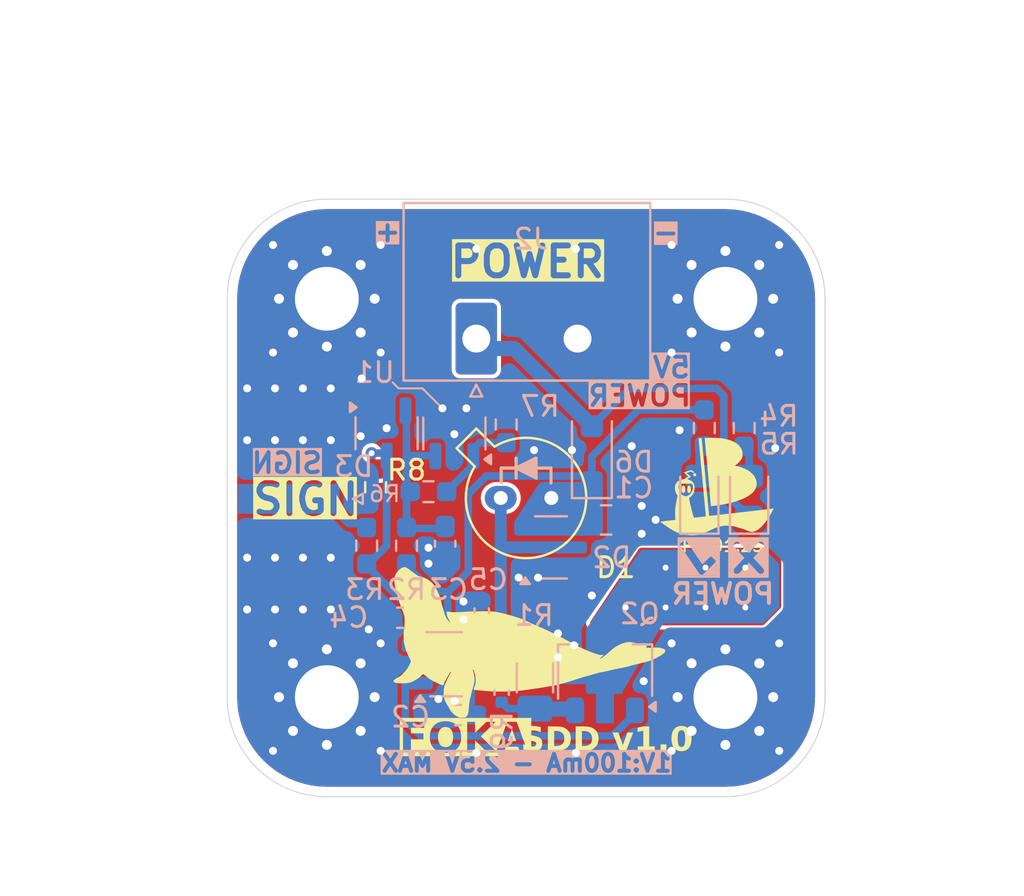
<source format=kicad_pcb>
(kicad_pcb (version 20241229) (generator "pcbnew") (generator_version "9.0")
  (layers (0 "F.Cu" signal) (2 "B.Cu" signal) (13 "F.Paste" user) (15 "B.Paste" user) (5 "F.SilkS" user "F.Silkscreen") (7 "B.SilkS" user "B.Silkscreen") (1 "F.Mask" user) (3 "B.Mask" user) (25 "Edge.Cuts" user))
  (net 0 "")
  (net 1 "GND")
  (net 2 "VCC")
  (net 3 "Net-(D1-K)")
  (net 4 "Net-(U2--)")
  (net 5 "Net-(D3A-K)")
  (net 6 "Net-(Q2-G)")
  (net 7 "Net-(J1-In)")
  (net 8 "Net-(D5-A)")
  (net 9 "Net-(D6-A)")
  (net 10 "Net-(D7-A)")
  (net 11 "Net-(U1-K)")
  (net 12 "Net-(U1-REF)")
  (net 13 "Net-(Q2-S)")
  (footprint "Package_TO_SOT_THT:TO-18-2_Window" (layer "F.Cu") (at 108.726657 60.002075)
    (property "Reference" "D1" (at 5.773343 3.497925 0) (layer "F.SilkS"))
    (property "Value" "IR LED")
    (pad "1" thru_hole oval (at 0 0) (size 1.6 1.2) (drill 0.7) (layers "*.Cu" "*.Mask") (net 3 "Net-(D1-K)"))
    (pad "2" thru_hole oval (at 2.54 0) (size 1.2 1.2) (drill 0.7) (layers "*.Cu" "*.Mask") (net 2 "VCC"))
  )
  (footprint "MountingHole:MountingHole_3.2mm_M3_Pad_Via" (layer "F.Cu") (at 120 50)
    (property "Reference" "H1" (hide yes))
    (property "Value" "MountingHole_Pad")
    (pad "1" thru_hole circle (at -2.4 0) (size 0.8 0.8) (drill 0.5) (layers "*.Cu" "*.Mask") (net 1 "GND"))
    (pad "1" thru_hole circle (at -1.697056 -1.697056) (size 0.8 0.8) (drill 0.5) (layers "*.Cu" "*.Mask") (net 1 "GND"))
    (pad "1" thru_hole circle (at -1.697056 1.697056) (size 0.8 0.8) (drill 0.5) (layers "*.Cu" "*.Mask") (net 1 "GND"))
    (pad "1" thru_hole circle (at 0 -2.4) (size 0.8 0.8) (drill 0.5) (layers "*.Cu" "*.Mask") (net 1 "GND"))
    (pad "1" thru_hole circle (at 0 0) (size 6.4 6.4) (drill 3.2) (layers "*.Cu" "*.Mask") (net 1 "GND"))
    (pad "1" thru_hole circle (at 0 2.4) (size 0.8 0.8) (drill 0.5) (layers "*.Cu" "*.Mask") (net 1 "GND"))
    (pad "1" thru_hole circle (at 1.697056 -1.697056) (size 0.8 0.8) (drill 0.5) (layers "*.Cu" "*.Mask") (net 1 "GND"))
    (pad "1" thru_hole circle (at 1.697056 1.697056) (size 0.8 0.8) (drill 0.5) (layers "*.Cu" "*.Mask") (net 1 "GND"))
    (pad "1" thru_hole circle (at 2.4 0) (size 0.8 0.8) (drill 0.5) (layers "*.Cu" "*.Mask") (net 1 "GND"))
  )
  (footprint "MountingHole:MountingHole_3.2mm_M3_Pad_Via" (layer "F.Cu") (at 100 70)
    (property "Reference" "H4" (hide yes))
    (property "Value" "MountingHole_Pad")
    (pad "1" thru_hole circle (at -2.4 0) (size 0.8 0.8) (drill 0.5) (layers "*.Cu" "*.Mask") (net 1 "GND"))
    (pad "1" thru_hole circle (at -1.697056 -1.697056) (size 0.8 0.8) (drill 0.5) (layers "*.Cu" "*.Mask") (net 1 "GND"))
    (pad "1" thru_hole circle (at -1.697056 1.697056) (size 0.8 0.8) (drill 0.5) (layers "*.Cu" "*.Mask") (net 1 "GND"))
    (pad "1" thru_hole circle (at 0 -2.4) (size 0.8 0.8) (drill 0.5) (layers "*.Cu" "*.Mask") (net 1 "GND"))
    (pad "1" thru_hole circle (at 0 0) (size 6.4 6.4) (drill 3.2) (layers "*.Cu" "*.Mask") (net 1 "GND"))
    (pad "1" thru_hole circle (at 0 2.4) (size 0.8 0.8) (drill 0.5) (layers "*.Cu" "*.Mask") (net 1 "GND"))
    (pad "1" thru_hole circle (at 1.697056 -1.697056) (size 0.8 0.8) (drill 0.5) (layers "*.Cu" "*.Mask") (net 1 "GND"))
    (pad "1" thru_hole circle (at 1.697056 1.697056) (size 0.8 0.8) (drill 0.5) (layers "*.Cu" "*.Mask") (net 1 "GND"))
    (pad "1" thru_hole circle (at 2.4 0) (size 0.8 0.8) (drill 0.5) (layers "*.Cu" "*.Mask") (net 1 "GND"))
  )
  (footprint "MountingHole:MountingHole_3.2mm_M3_Pad_Via" (layer "F.Cu") (at 120 70)
    (property "Reference" "H3" (hide yes))
    (property "Value" "MountingHole_Pad")
    (pad "1" thru_hole circle (at -2.4 0) (size 0.8 0.8) (drill 0.5) (layers "*.Cu" "*.Mask") (net 1 "GND"))
    (pad "1" thru_hole circle (at -1.697056 -1.697056) (size 0.8 0.8) (drill 0.5) (layers "*.Cu" "*.Mask") (net 1 "GND"))
    (pad "1" thru_hole circle (at -1.697056 1.697056) (size 0.8 0.8) (drill 0.5) (layers "*.Cu" "*.Mask") (net 1 "GND"))
    (pad "1" thru_hole circle (at 0 -2.4) (size 0.8 0.8) (drill 0.5) (layers "*.Cu" "*.Mask") (net 1 "GND"))
    (pad "1" thru_hole circle (at 0 0) (size 6.4 6.4) (drill 3.2) (layers "*.Cu" "*.Mask") (net 1 "GND"))
    (pad "1" thru_hole circle (at 0 2.4) (size 0.8 0.8) (drill 0.5) (layers "*.Cu" "*.Mask") (net 1 "GND"))
    (pad "1" thru_hole circle (at 1.697056 -1.697056) (size 0.8 0.8) (drill 0.5) (layers "*.Cu" "*.Mask") (net 1 "GND"))
    (pad "1" thru_hole circle (at 1.697056 1.697056) (size 0.8 0.8) (drill 0.5) (layers "*.Cu" "*.Mask") (net 1 "GND"))
    (pad "1" thru_hole circle (at 2.4 0) (size 0.8 0.8) (drill 0.5) (layers "*.Cu" "*.Mask") (net 1 "GND"))
  )
  (footprint "ProjSymbols:lodka" (layer "F.Cu") (at 119.5 59.5)
    (property "Reference" "REF**" (hide yes))
    (property "Value" "lodka")
  )
  (footprint "MountingHole:MountingHole_3.2mm_M3_Pad_Via" (layer "F.Cu") (at 100 50)
    (property "Reference" "H2" (hide yes))
    (property "Value" "MountingHole_Pad")
    (pad "1" thru_hole circle (at -2.4 0) (size 0.8 0.8) (drill 0.5) (layers "*.Cu" "*.Mask") (net 1 "GND"))
    (pad "1" thru_hole circle (at -1.697056 -1.697056) (size 0.8 0.8) (drill 0.5) (layers "*.Cu" "*.Mask") (net 1 "GND"))
    (pad "1" thru_hole circle (at -1.697056 1.697056) (size 0.8 0.8) (drill 0.5) (layers "*.Cu" "*.Mask") (net 1 "GND"))
    (pad "1" thru_hole circle (at 0 -2.4) (size 0.8 0.8) (drill 0.5) (layers "*.Cu" "*.Mask") (net 1 "GND"))
    (pad "1" thru_hole circle (at 0 0) (size 6.4 6.4) (drill 3.2) (layers "*.Cu" "*.Mask") (net 1 "GND"))
    (pad "1" thru_hole circle (at 0 2.4) (size 0.8 0.8) (drill 0.5) (layers "*.Cu" "*.Mask") (net 1 "GND"))
    (pad "1" thru_hole circle (at 1.697056 -1.697056) (size 0.8 0.8) (drill 0.5) (layers "*.Cu" "*.Mask") (net 1 "GND"))
    (pad "1" thru_hole circle (at 1.697056 1.697056) (size 0.8 0.8) (drill 0.5) (layers "*.Cu" "*.Mask") (net 1 "GND"))
    (pad "1" thru_hole circle (at 2.4 0) (size 0.8 0.8) (drill 0.5) (layers "*.Cu" "*.Mask") (net 1 "GND"))
  )
  (footprint "ProjSymbols:FOKA" (layer "F.Cu") (at 109.728 66.704851)
    (property "Reference" "REF**" (hide yes))
    (property "Value" "FOKA")
  )
  (footprint "Resistor_SMD:R_0603_1608Metric_Pad0.98x0.95mm_HandSolder" (layer "F.Cu") (at 102.447607 59.46566 -90)
    (property "Reference" "R8" (at -0.86566 -1.552393 180) (layer "F.SilkS"))
    (property "Value" "1M")
    (pad "1" smd roundrect (at -0.9125 0 270) (size 0.975 0.95) (layers "F.Cu" "F.Mask" "F.Paste") (net 5 "Net-(D3A-K)"))
    (pad "2" smd roundrect (at 0.9125 0 270) (size 0.975 0.95) (layers "F.Cu" "F.Mask" "F.Paste") (net 1 "GND"))
  )
  (footprint "ProjSymbols:Checkmark" (layer "B.Cu") (at 118.618 62.992 180)
    (property "Reference" "REF**" (hide yes))
    (property "Value" "Checkmark")
  )
  (footprint "Resistor_SMD:R_0603_1608Metric_Pad0.98x0.95mm_HandSolder" (layer "B.Cu") (at 109 56.3125 90)
    (property "Reference" "R7" (at 0.9125 1.7 0) (layer "B.SilkS") (effects (justify mirror)))
    (property "Value" "15k")
    (pad "1" smd roundrect (at -0.9125 0 90) (size 0.975 0.95) (layers "B.Cu" "B.Mask" "B.Paste") (net 12 "Net-(U1-REF)"))
    (pad "2" smd roundrect (at 0.9125 0 90) (size 0.975 0.95) (layers "B.Cu" "B.Mask" "B.Paste") (net 1 "GND"))
  )
  (footprint "Resistor_SMD:R_0603_1608Metric_Pad0.98x0.95mm_HandSolder" (layer "B.Cu") (at 118.94225 56.4915 -90)
    (property "Reference" "R4" (at -0.5915 -3.73975 180) (layer "B.SilkS") (effects (justify mirror)))
    (property "Value" "1k5")
    (pad "1" smd roundrect (at -0.9125 0 270) (size 0.975 0.95) (layers "B.Cu" "B.Mask" "B.Paste") (net 2 "VCC"))
    (pad "2" smd roundrect (at 0.9125 0 270) (size 0.975 0.95) (layers "B.Cu" "B.Mask" "B.Paste") (net 8 "Net-(D5-A)"))
  )
  (footprint "Power_Connectors:691313510002" (layer "B.Cu") (at 107.5 52)
    (property "Reference" "J2" (at 2.75 -5 180) (layer "B.SilkS") (effects (justify mirror)))
    (property "Value" "Conn_01x02")
    (pad "1" thru_hole roundrect (at 0 0) (size 2.08 3.6) (drill 1.4) (layers "*.Cu" "*.Mask") (roundrect_rratio 0.120192) (net 9 "Net-(D6-A)"))
    (pad "2" thru_hole oval (at 5.08 0) (size 2.08 3.6) (drill 1.4) (layers "*.Cu" "*.Mask") (net 1 "GND"))
  )
  (footprint "Capacitor_SMD:C_0603_1608Metric_Pad1.08x0.95mm_HandSolder" (layer "B.Cu") (at 105.9375 62.3 -90)
    (property "Reference" "C3" (at 2.3 -0.1625 0) (layer "B.SilkS") (effects (justify mirror)))
    (property "Value" "1u")
    (pad "1" smd roundrect (at -0.8625 0 270) (size 1.075 0.95) (layers "B.Cu" "B.Mask" "B.Paste") (net 11 "Net-(U1-K)"))
    (pad "2" smd roundrect (at 0.8625 0 270) (size 1.075 0.95) (layers "B.Cu" "B.Mask" "B.Paste") (net 1 "GND"))
  )
  (footprint "Package_TO_SOT_SMD:SOT-23-5_HandSoldering" (layer "B.Cu") (at 105.8875 68.35)
    (property "Reference" "U2" (hide yes))
    (property "Value" "ADA4891-1")
    (pad "1" smd roundrect (at -1.35 0.95) (size 1.56 0.65) (layers "B.Cu" "B.Mask" "B.Paste") (net 6 "Net-(Q2-G)"))
    (pad "2" smd roundrect (at -1.35 0) (size 1.56 0.65) (layers "B.Cu" "B.Mask" "B.Paste") (net 1 "GND"))
    (pad "3" smd roundrect (at -1.35 -0.95) (size 1.56 0.65) (layers "B.Cu" "B.Mask" "B.Paste") (net 5 "Net-(D3A-K)"))
    (pad "4" smd roundrect (at 1.35 -0.95) (size 1.56 0.65) (layers "B.Cu" "B.Mask" "B.Paste") (net 4 "Net-(U2--)"))
    (pad "5" smd roundrect (at 1.35 0.95) (size 1.56 0.65) (layers "B.Cu" "B.Mask" "B.Paste") (net 2 "VCC"))
  )
  (footprint "Resistor_SMD:R_1206_3216Metric_Pad1.30x1.75mm_HandSolder" (layer "B.Cu") (at 110.444 69.031 90)
    (property "Reference" "R1" (at 3.131 -0.044 180) (layer "B.SilkS") (effects (justify mirror)))
    (property "Value" "1R")
    (pad "1" smd roundrect (at -1.55 0 90) (size 1.3 1.75) (layers "B.Cu" "B.Mask" "B.Paste") (roundrect_rratio 0.192308) (net 13 "Net-(Q2-S)"))
    (pad "2" smd roundrect (at 1.55 0 90) (size 1.3 1.75) (layers "B.Cu" "B.Mask" "B.Paste") (roundrect_rratio 0.192308) (net 1 "GND"))
  )
  (footprint "Resistor_SMD:R_0603_1608Metric_Pad0.98x0.95mm_HandSolder" (layer "B.Cu") (at 102 62.4 -90)
    (property "Reference" "R3" (at 2.2 0.1 180) (layer "B.SilkS") (effects (justify mirror)))
    (property "Value" "100")
    (pad "1" smd roundrect (at -0.9125 0 270) (size 0.975 0.95) (layers "B.Cu" "B.Mask" "B.Paste") (net 7 "Net-(J1-In)"))
    (pad "2" smd roundrect (at 0.9125 0 270) (size 0.975 0.95) (layers "B.Cu" "B.Mask" "B.Paste") (net 5 "Net-(D3A-K)"))
  )
  (footprint "Connector_Coaxial:SMA_Amphenol_132289_EdgeMount" (layer "B.Cu") (at 98.0948 60.0456 180)
    (property "Reference" "J1" (hide yes))
    (property "Value" "IN")
    (pad "1" smd rect (at 0 0 90) (size 1.5 5.08) (layers "B.Cu" "B.Mask" "B.Paste") (net 7 "Net-(J1-In)"))
    (pad "2" smd rect (at 0 -4.25 90) (size 1.5 5.08) (layers "F.Cu" "F.Mask" "F.Paste") (net 1 "GND"))
    (pad "2" smd rect (at 0 -4.25 90) (size 1.5 5.08) (layers "B.Cu" "B.Mask" "B.Paste") (net 1 "GND"))
    (pad "2" smd rect (at 0 4.25 90) (size 1.5 5.08) (layers "F.Cu" "F.Mask" "F.Paste") (net 1 "GND"))
    (pad "2" smd rect (at 0 4.25 90) (size 1.5 5.08) (layers "B.Cu" "B.Mask" "B.Paste") (net 1 "GND"))
  )
  (footprint "Resistor_SMD:R_0603_1608Metric_Pad0.98x0.95mm_HandSolder" (layer "B.Cu") (at 105.1 59.6875)
    (property "Reference" "R6" (at -2.2 0.1081 180) (layer "B.SilkS") (effects (font (size 0.8 0.8) (thickness 0.12)) (justify mirror)))
    (property "Value" "10k")
    (pad "1" smd roundrect (at -0.9125 0) (size 0.975 0.95) (layers "B.Cu" "B.Mask" "B.Paste") (net 11 "Net-(U1-K)"))
    (pad "2" smd roundrect (at 0.9125 0) (size 0.975 0.95) (layers "B.Cu" "B.Mask" "B.Paste") (net 12 "Net-(U1-REF)"))
  )
  (footprint "Resistor_SMD:R_0603_1608Metric_Pad0.98x0.95mm_HandSolder" (layer "B.Cu") (at 120.94225 56.4915 -90)
    (property "Reference" "R5" (at 0.8085 -1.75775 180) (layer "B.SilkS") (effects (justify mirror)))
    (property "Value" "1k5")
    (pad "1" smd roundrect (at -0.9125 0 270) (size 0.975 0.95) (layers "B.Cu" "B.Mask" "B.Paste") (net 1 "GND"))
    (pad "2" smd roundrect (at 0.9125 0 270) (size 0.975 0.95) (layers "B.Cu" "B.Mask" "B.Paste") (net 10 "Net-(D7-A)"))
  )
  (footprint "Capacitor_SMD:C_0603_1608Metric_Pad1.08x0.95mm_HandSolder" (layer "B.Cu") (at 103.675 66.015 180)
    (property "Reference" "C4" (at 2.575 0.015 0) (layer "B.SilkS") (effects (justify mirror)))
    (property "Value" "10p")
    (pad "1" smd roundrect (at -0.8625 0 180) (size 1.075 0.95) (layers "B.Cu" "B.Mask" "B.Paste") (net 5 "Net-(D3A-K)"))
    (pad "2" smd roundrect (at 0.8625 0 180) (size 1.075 0.95) (layers "B.Cu" "B.Mask" "B.Paste") (net 1 "GND"))
  )
  (footprint "Package_TO_SOT_SMD:SOT-23-3" (layer "B.Cu") (at 106.4 56.7625 90)
    (property "Reference" "U1" (at 3.0625 -4 0) (layer "B.SilkS") (effects (justify mirror)))
    (property "Value" "AZ431L")
    (pad "1" smd roundrect (at -1.1375 0.95 90) (size 1.325 0.6) (layers "B.Cu" "B.Mask" "B.Paste") (net 12 "Net-(U1-REF)"))
    (pad "2" smd roundrect (at -1.1375 -0.95 90) (size 1.325 0.6) (layers "B.Cu" "B.Mask" "B.Paste") (net 11 "Net-(U1-K)"))
    (pad "3" smd roundrect (at 1.1375 0 90) (size 1.325 0.6) (layers "B.Cu" "B.Mask" "B.Paste") (net 1 "GND"))
  )
  (footprint "Capacitor_SMD:C_0603_1608Metric_Pad1.08x0.95mm_HandSolder" (layer "B.Cu") (at 106.5875 70.9 180)
    (property "Reference" "C2" (at 2.3875 -0.1 180) (layer "B.SilkS") (effects (justify mirror)))
    (property "Value" "1u")
    (pad "1" smd roundrect (at -0.8625 0 180) (size 1.075 0.95) (layers "B.Cu" "B.Mask" "B.Paste") (net 2 "VCC"))
    (pad "2" smd roundrect (at 0.8625 0 180) (size 1.075 0.95) (layers "B.Cu" "B.Mask" "B.Paste") (net 1 "GND"))
  )
  (footprint "Diode_SMD:D_SOD-123F" (layer "B.Cu") (at 113.3 57.8 90)
    (property "Reference" "D6" (at -0.4 2.1 180) (layer "B.SilkS") (effects (justify mirror)))
    (property "Value" "D")
    (pad "1" smd roundrect (at -1.4 0 90) (size 1.1 1.1) (layers "B.Cu" "B.Mask" "B.Paste") (roundrect_rratio 0.2272727273) (net 2 "VCC"))
    (pad "2" smd roundrect (at 1.4 0 90) (size 1.1 1.1) (layers "B.Cu" "B.Mask" "B.Paste") (roundrect_rratio 0.2272727273) (net 9 "Net-(D6-A)"))
  )
  (footprint "Package_TO_SOT_SMD:SOT-89-3" (layer "B.Cu") (at 113.9625 68.716343 90)
    (property "Reference" "Q2" (at 2.9 1.7375 0) (layer "B.SilkS") (effects (justify mirror)))
    (property "Value" "NMOS")
    (pad "1" smd roundrect (at -1.95 1.5 90) (size 1.3 0.9) (layers "B.Cu" "B.Mask" "B.Paste") (net 6 "Net-(Q2-G)"))
    (pad "2" smd custom (at -1.8625 0 90) (size 1.475 0.9) (layers "B.Cu" "B.Mask" "B.Paste") (net 3 "Net-(D1-K)") (options (clearance outline) (anchor rect)) (primitives (gr_poly (pts (xy 3.8625 -0.8665) (xy 0.7375 -0.8665) (xy 0.7375 0.8665) (xy 3.8625 0.8665)) (width 0) (fill yes))))
    (pad "3" smd roundrect (at -1.95 -1.5 90) (size 1.3 0.9) (layers "B.Cu" "B.Mask" "B.Paste") (net 13 "Net-(Q2-S)"))
  )
  (footprint "Capacitor_SMD:C_0402_1005Metric" (layer "B.Cu") (at 107.775 65.655 -90)
    (property "Reference" "C5" (at -1.555 -0.325 180) (layer "B.SilkS") (effects (justify mirror)))
    (property "Value" "optional")
    (pad "1" smd roundrect (at -0.48 0 270) (size 0.56 0.62) (layers "B.Cu" "B.Mask" "B.Paste") (net 1 "GND"))
    (pad "2" smd roundrect (at 0.48 0 270) (size 0.56 0.62) (layers "B.Cu" "B.Mask" "B.Paste") (net 4 "Net-(U2--)"))
  )
  (footprint "Package_TO_SOT_SMD:SOT-23-3" (layer "B.Cu") (at 103 56.75 -90)
    (property "Reference" "D3" (at 1.67 1.654 0) (layer "B.SilkS") (effects (justify mirror)))
    (property "Value" "D_Schottky_Dual_Series_AKC_Split")
    (pad "1" smd roundrect (at -1.1375 0.95 270) (size 1.325 0.6) (layers "B.Cu" "B.Mask" "B.Paste") (net 1 "GND"))
    (pad "2" smd roundrect (at -1.1375 -0.95 270) (size 1.325 0.6) (layers "B.Cu" "B.Mask" "B.Paste") (net 11 "Net-(U1-K)"))
    (pad "3" smd roundrect (at 1.1375 0 270) (size 1.325 0.6) (layers "B.Cu" "B.Mask" "B.Paste") (net 5 "Net-(D3A-K)"))
  )
  (footprint "LED_SMD:LED_0805_2012Metric_Pad1.15x1.40mm_HandSolder" (layer "B.Cu") (at 118.69225 59.935 90)
    (property "Reference" "D5" (hide yes))
    (property "Value" "GRN")
    (pad "1" smd roundrect (at -1.025 0 90) (size 1.15 1.4) (layers "B.Cu" "B.Mask" "B.Paste") (roundrect_rratio 0.217391) (net 1 "GND"))
    (pad "2" smd roundrect (at 1.025 0 90) (size 1.15 1.4) (layers "B.Cu" "B.Mask" "B.Paste") (roundrect_rratio 0.217391) (net 8 "Net-(D5-A)"))
  )
  (footprint "Capacitor_SMD:C_0805_2012Metric_Pad1.18x1.45mm_HandSolder" (layer "B.Cu") (at 114.013584 61.105266)
    (property "Reference" "C1" (at 1.386416 -1.605266 0) (layer "B.SilkS") (effects (justify mirror)))
    (property "Value" "10u")
    (pad "1" smd roundrect (at -1.0375 0) (size 1.175 1.45) (layers "B.Cu" "B.Mask" "B.Paste") (roundrect_rratio 0.212766) (net 2 "VCC"))
    (pad "2" smd roundrect (at 1.0375 0) (size 1.175 1.45) (layers "B.Cu" "B.Mask" "B.Paste") (roundrect_rratio 0.212766) (net 1 "GND"))
  )
  (footprint "Package_TO_SOT_SMD:SOT-23-3" (layer "B.Cu") (at 111.252 62.484)
    (property "Reference" "D2" (at 3.048 0.516 0) (layer "B.SilkS") (effects (justify mirror)))
    (property "Value" "D_Schottky_Dual_Series_AKC")
    (pad "1" smd roundrect (at -1.1375 0.95) (size 1.325 0.6) (layers "B.Cu" "B.Mask" "B.Paste") (net 1 "GND"))
    (pad "2" smd roundrect (at -1.1375 -0.95) (size 1.325 0.6) (layers "B.Cu" "B.Mask" "B.Paste") (net 2 "VCC"))
    (pad "3" smd roundrect (at 1.1375 0) (size 1.325 0.6) (layers "B.Cu" "B.Mask" "B.Paste") (net 3 "Net-(D1-K)"))
  )
  (footprint "LED_SMD:LED_0805_2012Metric_Pad1.15x1.40mm_HandSolder" (layer "B.Cu") (at 121.19225 59.935 90)
    (property "Reference" "D7" (hide yes))
    (property "Value" "RED")
    (pad "1" smd roundrect (at -1.025 0 90) (size 1.15 1.4) (layers "B.Cu" "B.Mask" "B.Paste") (roundrect_rratio 0.217391) (net 9 "Net-(D6-A)"))
    (pad "2" smd roundrect (at 1.025 0 90) (size 1.15 1.4) (layers "B.Cu" "B.Mask" "B.Paste") (roundrect_rratio 0.217391) (net 10 "Net-(D7-A)"))
  )
  (footprint "Resistor_SMD:R_0603_1608Metric_Pad0.98x0.95mm_HandSolder" (layer "B.Cu") (at 104 62.4 90)
    (property "Reference" "R2" (at -2.2 0 180) (layer "B.SilkS") (effects (justify mirror)))
    (property "Value" "3k")
    (pad "1" smd roundrect (at -0.9125 0 90) (size 0.975 0.95) (layers "B.Cu" "B.Mask" "B.Paste") (net 2 "VCC"))
    (pad "2" smd roundrect (at 0.9125 0 90) (size 0.975 0.95) (layers "B.Cu" "B.Mask" "B.Paste") (net 11 "Net-(U1-K)"))
  )
  (footprint "Capacitor_SMD:C_0402_1005Metric" (layer "B.Cu") (at 108.775 69.775 -90)
    (property "Reference" "R9" (at 1.925 -0.025 90) (layer "B.SilkS") (effects (justify mirror)))
    (property "Value" "optional")
    (pad "1" smd roundrect (at -0.48 0 270) (size 0.56 0.62) (layers "B.Cu" "B.Mask" "B.Paste") (net 4 "Net-(U2--)"))
    (pad "2" smd roundrect (at 0.48 0 270) (size 0.56 0.62) (layers "B.Cu" "B.Mask" "B.Paste") (net 13 "Net-(Q2-S)"))
  )
  (gr_line (start 109.5 58) (end 109.5 59) (stroke (width 0.15)) (layer "F.SilkS"))
  (gr_line (start 109.5 58.5) (end 108.75 58.5) (stroke (width 0.15)) (layer "F.SilkS"))
  (gr_poly (pts (xy 109.5 58.5) (xy 110.5 59) (xy 110.5 58)) (stroke (width 0.15)) (fill yes) (layer "F.SilkS"))
  (gr_line (start 111.25 58.5) (end 111.25 59.25) (stroke (width 0.15)) (layer "F.SilkS"))
  (gr_line (start 108.75 58.5) (end 108.75 59.25) (stroke (width 0.15)) (layer "F.SilkS"))
  (gr_line (start 110.5 58.5) (end 111.25 58.5) (stroke (width 0.15)) (layer "F.SilkS"))
  (gr_line (start 109.5 58.5) (end 108.75 58.5) (stroke (width 0.15)) (layer "B.SilkS"))
  (gr_line (start 103.3 54.2) (end 103.6 54.5) (stroke (width 0.1)) (layer "B.SilkS"))
  (gr_line (start 111.25 58.5) (end 111.25 59.25) (stroke (width 0.15)) (layer "B.SilkS"))
  (gr_line (start 103.6 54.5) (end 104.8 54.5) (stroke (width 0.1)) (layer "B.SilkS"))
  (gr_line (start 110.5 58.5) (end 111.25 58.5) (stroke (width 0.15)) (layer "B.SilkS"))
  (gr_poly (pts (xy 109.5 58.5) (xy 110.5 58) (xy 110.5 59)) (stroke (width 0.15)) (fill yes) (layer "B.SilkS"))
  (gr_line (start 104.8 54.5) (end 105.8 55.5) (stroke (width 0.1)) (layer "B.SilkS"))
  (gr_line (start 108.75 58.5) (end 108.75 59.25) (stroke (width 0.15)) (layer "B.SilkS"))
  (gr_line (start 109.5 59) (end 109.5 58) (stroke (width 0.15)) (layer "B.SilkS"))
  (gr_line (start 95 70) (end 95 50) (stroke (width 0.05)) (layer "Edge.Cuts"))
  (gr_line (start 120 75) (end 100 75) (stroke (width 0.05)) (layer "Edge.Cuts"))
  (gr_line (start 100 45) (end 120 45) (stroke (width 0.05)) (layer "Edge.Cuts"))
  (gr_line (start 125 50) (end 125 70) (stroke (width 0.05)) (layer "Edge.Cuts"))
  (gr_arc (start 100 75) (mid 96.464466 73.535534) (end 95 70) (stroke (width 0.05)) (layer "Edge.Cuts"))
  (gr_arc (start 95 50) (mid 96.464466 46.464466) (end 100 45) (stroke (width 0.05)) (layer "Edge.Cuts"))
  (gr_arc (start 120 45) (mid 123.535534 46.464466) (end 125 50) (stroke (width 0.05)) (layer "Edge.Cuts"))
  (gr_arc (start 125 70) (mid 123.535534 73.535534) (end 120 75) (stroke (width 0.05)) (layer "Edge.Cuts"))
  (gr_text "SDD v1.0" (at 109.728 72.898 0) (layer "F.SilkS") (effects (font (size 1.2 1.2) (thickness 0.16) (bold yes)) (justify left bottom)))
  (gr_text "PU:01.25" (at 117.75 62.75 -0) (layer "F.SilkS") (effects (font (size 0.6 0.6) (thickness 0.1)) (justify left bottom)))
  (gr_text "POWER" (at 106.045 49.022 0) (layer "F.SilkS" knockout) (effects (font (size 1.5 1.5) (thickness 0.3) (bold yes)) (justify left bottom)))
  (gr_text "FOKA" (at 103.632 73.025 0) (layer "F.SilkS" knockout) (effects (font (size 1.5 1.5) (thickness 0.3) (bold yes) (italic yes)) (justify left bottom)))
  (gr_text "SIGN" (at 96.139 60.96 0) (layer "F.SilkS" knockout) (effects (font (size 1.5 1.5) (thickness 0.3) (bold yes)) (justify left bottom)))
  (gr_text "+" (at 103.8 47.2 0) (layer "B.SilkS" knockout) (effects (font (size 1 1) (thickness 0.2) (bold yes)) (justify left bottom mirror)))
  (gr_text "X" (at 122.248595 63.832346 0) (layer "B.SilkS" knockout) (effects (font (size 1.3 1.8) (thickness 0.325) (bold yes)) (justify left bottom mirror)))
  (gr_text "POWER" (at 115.699514 54.883169 0) (layer "B.SilkS" knockout) (effects (font (size 1 1) (thickness 0.2) (bold yes)) (justify mirror)))
  (gr_text "1V:100mA - 2.5V MAX" (at 117.3988 73.8124 0) (layer "B.SilkS" knockout) (effects (font (size 0.85 0.85) (thickness 0.2) (bold yes)) (justify left bottom mirror)))
  (gr_text "-" (at 117.759238 47.238853 0) (layer "B.SilkS" knockout) (effects (font (size 1 1) (thickness 0.2) (bold yes)) (justify left bottom mirror)))
  (gr_text "SIGN" (at 98 58.25 0) (layer "B.SilkS" knockout) (effects (font (size 1 1) (thickness 0.2) (bold yes)) (justify mirror)))
  (gr_text "POWER" (at 122.555 65.405 0) (layer "B.SilkS") (effects (font (size 1 1) (thickness 0.2) (bold yes)) (justify left bottom mirror)))
  (gr_text "5V" (at 118.330044 54.042781 0) (layer "B.SilkS" knockout) (effects (font (size 1 1) (thickness 0.2) (bold yes)) (justify left bottom mirror)))
  (via (at 96 57.1) (size 0.8) (drill 0.4) (layers "F.Cu" "B.Cu") (net 1))
  (via (at 106.4 56.8) (size 0.8) (drill 0.4) (layers "F.Cu" "B.Cu") (net 1))
  (via (at 98.8 63) (size 0.8) (drill 0.4) (layers "F.Cu" "B.Cu") (net 1))
  (via (at 107.5 72.8) (size 0.8) (drill 0.4) (layers "F.Cu" "B.Cu") (net 1))
  (via (at 112.4 67.4) (size 0.8) (drill 0.4) (layers "F.Cu" "B.Cu") (net 1))
  (via (at 117.7 56.6) (size 0.8) (drill 0.4) (layers "F.Cu" "B.Cu") (net 1))
  (via (at 113.3 64.9) (size 0.8) (drill 0.4) (layers "F.Cu" "B.Cu") (net 1))
  (via (at 101.75 54) (size 0.8) (drill 0.4) (layers "F.Cu" "B.Cu") (net 1))
  (via (at 102.1 66.6) (size 0.8) (drill 0.4) (layers "F.Cu" "B.Cu") (net 1))
  (via (at 115.8 60.4) (size 0.8) (drill 0.4) (layers "F.Cu" "B.Cu") (net 1))
  (via (at 112.5 72.8) (size 0.8) (drill 0.4) (layers "F.Cu" "B.Cu") (net 1))
  (via (at 115.3 57.4) (size 0.8) (drill 0.4) (layers "F.Cu" "B.Cu") (net 1))
  (via (at 122.7 72.7) (size 0.8) (drill 0.4) (layers "F.Cu" "B.Cu") (net 1))
  (via (at 97.4 54.5) (size 0.8) (drill 0.4) (layers "F.Cu" "B.Cu") (net 1))
  (via (at 100.2 63) (size 0.8) (drill 0.4) (layers "F.Cu" "B.Cu") (net 1))
  (via (at 107 55.5) (size 0.8) (drill 0.4) (layers "F.Cu" "B.Cu") (net 1))
  (via (at 106.4 70.2) (size 0.8) (drill 0.4) (layers "F.Cu" "B.Cu") (net 1))
  (via (at 98.8 54.5) (size 0.8) (drill 0.4) (layers "F.Cu" "B.Cu") (net 1))
  (via (at 105.1 63.3) (size 0.8) (drill 0.4) (layers "F.Cu" "B.Cu") (net 1))
  (via (at 105.6 70.1) (size 0.8) (drill 0.4) (layers "F.Cu" "B.Cu") (net 1))
  (via (at 106.8565 65.2) (size 0.8) (drill 0.4) (layers "F.Cu" "B.Cu") (net 1))
  (via (at 97.3 67.3) (size 0.8) (drill 0.4) (layers "F.Cu" "B.Cu") (net 1))
  (via (at 122.7 52.7) (size 0.8) (drill 0.4) (layers "F.Cu" "B.Cu") (net 1))
  (via (at 102.7 72.7) (size 0.8) (drill 0.4) (layers "F.Cu" "B.Cu") (net 1))
  (via (at 112.3 57.6) (size 0.8) (drill 0.4) (layers "F.Cu" "B.Cu") (net 1))
  (via (at 102.7 67.3) (size 0.8) (drill 0.4) (layers "F.Cu" "B.Cu") (net 1))
  (via (at 122.7 67.3) (size 0.8) (drill 0.4) (layers "F.Cu" "B.Cu") (net 1))
  (via (at 102.7 47.3) (size 0.8) (drill 0.4) (layers "F.Cu" "B.Cu") (net 1))
  (via (at 117.3 72.7) (size 0.8) (drill 0.4) (layers "F.Cu" "B.Cu") (net 1))
  (via (at 112.5 47.5) (size 0.8) (drill 0.4) (layers "F.Cu" "B.Cu") (net 1))
  (via (at 111.6 66.8) (size 0.8) (drill 0.4) (layers "F.Cu" "B.Cu") (net 1))
  (via (at 117.3 67.3) (size 0.8) (drill 0.4) (layers "F.Cu" "B.Cu") (net 1))
  (via (at 122.7 47.3) (size 0.8) (drill 0.4) (layers "F.Cu" "B.Cu") (net 1))
  (via (at 97.4 65.6) (size 0.8) (drill 0.4) (layers "F.Cu" "B.Cu") (net 1))
  (via (at 97.4 57.1) (size 0.8) (drill 0.4) (layers "F.Cu" "B.Cu") (net 1))
  (via (at 106.8565 66.1) (size 0.8) (drill 0.4) (layers "F.Cu" "B.Cu") (net 1))
  (via (at 96 54.5) (size 0.8) (drill 0.4) (layers "F.Cu" "B.Cu") (net 1))
  (via (at 97.3 47.3) (size 0.8) (drill 0.4) (layers "F.Cu" "B.Cu") (net 1))
  (via (at 102.7 52.7) (size 0.8) (drill 0.4) (layers "F.Cu" "B.Cu") (net 1))
  (via (at 107.5 47.5) (size 0.8) (drill 0.4) (layers "F.Cu" "B.Cu") (net 1))
  (via (at 97.3 72.7) (size 0.8) (drill 0.4) (layers "F.Cu" "B.Cu") (net 1))
  (via (at 115.8 61.8) (size 0.8) (drill 0.4) (layers "F.Cu" "B.Cu") (net 1))
  (via (at 115.9 69.2) (size 0.8) (drill 0.4) (layers "F.Cu" "B.Cu") (net 1))
  (via (at 110.6 64) (size 0.8) (drill 0.4) (layers "F.Cu" "B.Cu") (net 1))
  (via (at 100.2 54.5) (size 0.8) (drill 0.4) (layers "F.Cu" "B.Cu") (net 1))
  (via (at 96 65.6) (size 0.8) (drill 0.4) (layers "F.Cu" "B.Cu") (net 1))
  (via (at 105.1 62.5) (size 0.8) (drill 0.4) (layers "F.Cu" "B.Cu") (net 1))
  (via (at 97.3 52.7) (size 0.8) (drill 0.4) (layers "F.Cu" "B.Cu") (net 1))
  (via (at 105.8 55.5) (size 0.8) (drill 0.4) (layers "F.Cu" "B.Cu") (net 1))
  (via (at 109.626657 64) (size 0.8) (drill 0.4) (layers "F.Cu" "B.Cu") (net 1))
  (via (at 103 56.5) (size 0.8) (drill 0.4) (layers "F.Cu" "B.Cu") (net 1))
  (via (at 100.2 65.6) (size 0.8) (drill 0.4) (layers "F.Cu" "B.Cu") (net 1))
  (via (at 117.3 52.7) (size 0.8) (drill 0.4) (layers "F.Cu" "B.Cu") (net 1))
  (via (at 98.8 65.6) (size 0.8) (drill 0.4) (layers "F.Cu" "B.Cu") (net 1))
  (via (at 117.3 47.3) (size 0.8) (drill 0.4) (layers "F.Cu" "B.Cu") (net 1))
  (via (at 122.5 57.5) (size 0.8) (drill 0.4) (layers "F.Cu" "B.Cu") (net 1))
  (via (at 110.4 57.6) (size 0.8) (drill 0.4) (layers "F.Cu" "B.Cu") (net 1))
  (via (at 98.8 57.1) (size 0.8) (drill 0.4) (layers "F.Cu" "B.Cu") (net 1))
  (via (at 100.2 57.1) (size 0.8) (drill 0.4) (layers "F.Cu" "B.Cu") (net 1))
  (via (at 111.6 68) (size 0.8) (drill 0.4) (layers "F.Cu" "B.Cu") (net 1))
  (via (at 116.5 61.1) (size 0.8) (drill 0.4) (layers "F.Cu" "B.Cu") (net 1))
  (via (at 101.7 56.9) (size 0.8) (drill 0.4) (layers "F.Cu" "B.Cu") (net 1))
  (via (at 97.4 63) (size 0.8) (drill 0.4) (layers "F.Cu" "B.Cu") (net 1))
  (via (at 96 63) (size 0.8) (drill 0.4) (layers "F.Cu" "B.Cu") (net 1))
  (segment (start 106.066 68.1285) (end 107.2375 69.3) (width 0.381) (layer "B.Cu") (net 2))
  (segment (start 106.066 64.734) (end 106.1 64.7) (width 0.381) (layer "B.Cu") (net 2))
  (segment (start 111.266657 60.002075) (end 111.25 59.985418) (width 0.762) (layer "B.Cu") (net 2))
  (segment (start 118.94225 55.579) (end 118.66325 55.3) (width 0.381) (layer "B.Cu") (net 2))
  (segment (start 104 63.4) (end 105.3 64.7) (width 0.381) (layer "B.Cu") (net 2))
  (segment (start 115.635144 55.579) (end 113.3 57.914144) (width 0.381) (layer "B.Cu") (net 2))
  (segment (start 106.1 64.7) (end 107.1 63.7) (width 0.381) (layer "B.Cu") (net 2))
  (segment (start 112.964624 61.123508) (end 112.554132 61.534) (width 0.6) (layer "B.Cu") (net 2))
  (segment (start 113.3 58.9) (end 113.3 57.914144) (width 0.381) (layer "B.Cu") (net 2))
  (segment (start 107.1 59.8) (end 108 58.9) (width 0.381) (layer "B.Cu") (net 2))
  (segment (start 112.554132 61.534) (end 110.1145 61.534) (width 0.6) (layer "B.Cu") (net 2))
  (segment (start 106.066 68.1285) (end 106.066 64.734) (width 0.381) (layer "B.Cu") (net 2))
  (segment (start 104 63.3125) (end 104 63.4) (width 0.381) (layer "B.Cu") (net 2))
  (segment (start 108 58.9) (end 113.3 58.9) (width 0.381) (layer "B.Cu") (net 2))
  (segment (start 105.3 64.7) (end 106.1 64.7) (width 0.381) (layer "B.Cu") (net 2))
  (segment (start 107.2375 69.3) (end 107.2375 70.8125) (width 0.381) (layer "B.Cu") (net 2))
  (segment (start 113.3 57.914144) (end 113.3 59.2) (width 0.381) (layer "B.Cu") (net 2))
  (segment (start 118.94225 55.579) (end 115.635144 55.579) (width 0.381) (layer "B.Cu") (net 2))
  (segment (start 107.1 63.7) (end 107.1 59.8) (width 0.381) (layer "B.Cu") (net 2))
  (segment (start 107.2375 70.8125) (end 107.15 70.9) (width 0.381) (layer "B.Cu") (net 2))
  (via (at 119 63.5) (size 0.6) (drill 0.3) (layers "F.Cu" "B.Cu") (net 3))
  (via (at 121 65.5) (size 0.6) (drill 0.3) (layers "F.Cu" "B.Cu") (net 3))
  (via (at 117 63.5) (size 0.6) (drill 0.3) (layers "F.Cu" "B.Cu") (net 3))
  (via (at 119 65.5) (size 0.6) (drill 0.3) (layers "F.Cu" "B.Cu") (net 3))
  (via (at 115 65.5) (size 0.6) (drill 0.3) (layers "F.Cu" "B.Cu") (net 3))
  (via (at 117 65.5) (size 0.6) (drill 0.3) (layers "F.Cu" "B.Cu") (net 3))
  (via (at 121 63.5) (size 0.6) (drill 0.3) (layers "F.Cu" "B.Cu") (net 3))
  (segment (start 108.726657 62.484) (end 112.3895 62.484) (width 0.6) (layer "B.Cu") (net 3))
  (segment (start 114 69.3125) (end 113.7375 69.05) (width 0.6) (layer "B.Cu") (net 3))
  (segment (start 114 69.031) (end 114 70.5125) (width 0.6) (layer "B.Cu") (net 3))
  (segment (start 114 69.016343) (end 114 70.5125) (width 0.6) (layer "B.Cu") (net 3))
  (segment (start 113.9945 69.1635) (end 114 69.158) (width 0.762) (layer "B.Cu") (net 3))
  (segment (start 113.7375 69.05) (end 109.85 69.05) (width 0.6) (layer "B.Cu") (net 3))
  (segment (start 114 70.5125) (end 114 69.3125) (width 0.6) (layer "B.Cu") (net 3))
  (segment (start 108.726657 67.926657) (end 108.726657 61.736657) (width 0.6) (layer "B.Cu") (net 3))
  (segment (start 108.726657 60.002075) (end 108.726657 61.736657) (width 0.6) (layer "B.Cu") (net 3))
  (segment (start 114 69.158) (end 114 70.5125) (width 0.762) (layer "B.Cu") (net 3))
  (segment (start 109.85 69.05) (end 108.726657 67.926657) (width 0.6) (layer "B.Cu") (net 3))
  (segment (start 108.726657 61.736657) (end 108.726657 62.484) (width 0.6) (layer "B.Cu") (net 3))
  (segment (start 112.3895 62.484) (end 112.63 62.484) (width 0.6) (layer "B.Cu") (net 3))
  (segment (start 107.8 68.197261) (end 108.775 69.172261) (width 0.381) (layer "B.Cu") (net 4))
  (segment (start 108.775 69.172261) (end 108.775 69.295) (width 0.381) (layer "B.Cu") (net 4))
  (segment (start 107.775 67.4) (end 107.775 66.135) (width 0.381) (layer "B.Cu") (net 4))
  (segment (start 107.8 67.4) (end 107.8 68.197261) (width 0.381) (layer "B.Cu") (net 4))
  (segment (start 107.2375 67.4) (end 107.8 67.4) (width 0.381) (layer "B.Cu") (net 4))
  (segment (start 107.2375 67.4) (end 107.775 67.4) (width 0.381) (layer "B.Cu") (net 4))
  (segment (start 102.25 57.75) (end 102.25 58.55316) (width 0.381) (layer "F.Cu") (net 5))
  (via (at 102.25 57.75) (size 0.6) (drill 0.3) (layers "F.Cu" "B.Cu") (net 5))
  (segment (start 103 62.4) (end 103 57.8875) (width 0.381) (layer "B.Cu") (net 5))
  (segment (start 102.25 57.75) (end 102.8625 57.75) (width 0.381) (layer "B.Cu") (net 5))
  (segment (start 102.8625 57.75) (end 103 57.8875) (width 0.381) (layer "B.Cu") (net 5))
  (segment (start 104.5375 66.015) (end 104.5375 67.4) (width 0.381) (layer "B.Cu") (net 5))
  (segment (start 104.5375 65.9375) (end 102 63.4) (width 0.381) (layer "B.Cu") (net 5))
  (segment (start 104.5375 66.015) (end 104.5375 65.9375) (width 0.381) (layer "B.Cu") (net 5))
  (segment (start 102 63.4) (end 103 62.4) (width 0.381) (layer "B.Cu") (net 5))
  (segment (start 103.9375 71.15) (end 104.7375 71.95) (width 0.381) (layer "B.Cu") (net 6))
  (segment (start 103.9375 69.3) (end 103.9375 71.15) (width 0.381) (layer "B.Cu") (net 6))
  (segment (start 104.7375 71.95) (end 114.3375 71.95) (width 0.381) (layer "B.Cu") (net 6))
  (segment (start 115.5 70.7875) (end 115.5 70.6) (width 0.381) (layer "B.Cu") (net 6))
  (segment (start 104.5375 69.3) (end 103.9375 69.3) (width 0.381) (layer "B.Cu") (net 6))
  (segment (start 114.3375 71.95) (end 115.5 70.7875) (width 0.381) (layer "B.Cu") (net 6))
  (segment (start 99.8581 60.0456) (end 101.1 61.2875) (width 0.381) (layer "B.Cu") (net 7))
  (segment (start 101.1 61.2875) (end 102 61.2875) (width 0.381) (layer "B.Cu") (net 7))
  (segment (start 98.0948 60.0456) (end 99.8581 60.0456) (width 0.381) (layer "B.Cu") (net 7))
  (segment (start 118.91725 58.935) (end 118.94225 58.91) (width 0.381) (layer "B.Cu") (net 8))
  (segment (start 118.69225 57.3475) (end 118.94225 57.0975) (width 0.381) (layer "B.Cu") (net 8))
  (segment (start 118.94225 58.91) (end 118.44225 58.91) (width 0.381) (layer "B.Cu") (net 8))
  (segment (start 118.69225 58.91) (end 118.69225 57.3475) (width 0.381) (layer "B.Cu") (net 8))
  (segment (start 109.4 52.5) (end 113.3 56.4) (width 0.762) (layer "B.Cu") (net 9))
  (segment (start 119.551956 54.5) (end 115.2 54.5) (width 0.381) (layer "B.Cu") (net 9))
  (segment (start 119.551956 54.5) (end 119.925 54.873044) (width 0.381) (layer "B.Cu") (net 9))
  (segment (start 115.2 54.5) (end 113.3 56.4) (width 0.381) (layer "B.Cu") (net 9))
  (segment (start 119.925 59.69275) (end 121.19225 60.96) (width 0.381) (layer "B.Cu") (net 9))
  (segment (start 107.5 52.5) (end 109.4 52.5) (width 0.762) (layer "B.Cu") (net 9))
  (segment (start 119.925 54.873044) (end 119.925 59.69275) (width 0.381) (layer "B.Cu") (net 9))
  (segment (start 121.19225 57.3475) (end 120.94225 57.0975) (width 0.381) (layer "B.Cu") (net 10))
  (segment (start 121.19225 58.91) (end 121.19225 57.3475) (width 0.381) (layer "B.Cu") (net 10))
  (segment (start 105.8375 61.5375) (end 104.05 61.5375) (width 0.381) (layer "B.Cu") (net 11))
  (segment (start 104 57.9) (end 104 55.6625) (width 0.381) (layer "B.Cu") (net 11))
  (segment (start 103.95 55.6125) (end 103.95 55.8625) (width 0.381) (layer "B.Cu") (net 11))
  (segment (start 105.45 57.875) (end 104.025 57.875) (width 0.381) (layer "B.Cu") (net 11))
  (segment (start 104.025 57.875) (end 104 57.9) (width 0.381) (layer "B.Cu") (net 11))
  (segment (start 104.05 61.5375) (end 104 61.4875) (width 0.381) (layer "B.Cu") (net 11))
  (segment (start 104 55.6625) (end 103.95 55.6125) (width 0.381) (layer "B.Cu") (net 11))
  (segment (start 105.9375 61.4375) (end 105.8375 61.5375) (width 0.381) (layer "B.Cu") (net 11))
  (segment (start 104 57.9) (end 104 61.2875) (width 0.381) (layer "B.Cu") (net 11))
  (segment (start 106.0125 59.6875) (end 107.35 58.35) (width 0.381) (layer "B.Cu") (net 12))
  (segment (start 107.35 58.35) (end 107.35 57.9) (width 0.381) (layer "B.Cu") (net 12))
  (segment (start 107.35 57.542587) (end 107.35 57.9) (width 0.381) (layer "B.Cu") (net 12))
  (segment (start 107.35 57.9) (end 107.35 58.15) (width 0.381) (layer "B.Cu") (net 12))
  (segment (start 107.4 57.95) (end 107.35 57.9) (width 0.381) (layer "B.Cu") (net 12))
  (segment (start 107.667587 57.225) (end 107.35 57.542587) (width 0.381) (layer "B.Cu") (net 12))
  (segment (start 109 57.225) (end 107.667587 57.225) (width 0.381) (layer "B.Cu") (net 12))
  (segment (start 109.101 70.581) (end 108.775 70.255) (width 0.381) (layer "B.Cu") (net 13))
  (segment (start 110.463 70.6) (end 110.444 70.581) (width 0.381) (layer "B.Cu") (net 13))
  (segment (start 110.444 70.581) (end 109.101 70.581) (width 0.381) (layer "B.Cu") (net 13))
  (segment (start 112.5 70.6) (end 110.463 70.6) (width 0.762) (layer "B.Cu") (net 13))
  (segment (start 110.202739 70.6) (end 110.463 70.6) (width 0.381) (layer "B.Cu") (net 13))
  (zone (net 3) (net_name "Net-(D1-K)") (layer "F.Cu") (priority 3) (connect_pads (clearance 0)) (min_thickness 0.25) (fill yes (thermal_gap 0.5) (thermal_bridge_width 0.5))
    (polygon (pts (xy 115.7 62.5) (xy 122.8 62.5) (xy 122.8 65.5) (xy 121.9 66.4) (xy 113.1 66.4)))
  )
  (zone (net 1) (net_name "GND") (layers "F.Cu" "B.Cu") (name "MASA") (connect_pads yes (clearance 0.12)) (min_thickness 0.8) (fill yes (thermal_gap 1) (thermal_bridge_width 1))
    (polygon (pts (xy 85 80) (xy 85 35) (xy 135 35) (xy 135 80)))
  )
  (zone (net 3) (net_name "Net-(D1-K)") (layer "B.Cu") (priority 2) (connect_pads yes (clearance 0)) (min_thickness 0.25) (fill yes (thermal_gap 0.5) (thermal_bridge_width 0.5))
    (polygon (pts (xy 113 69.8) (xy 113 66.6) (xy 115.769231 62.6) (xy 122 62.6) (xy 122.7 63.3) (xy 122.7 65.5) (xy 121.9 66.3) (xy 116.881081 66.3) (xy 114.8 69.8)))
  )
  (zone (net 0) (net_name "") (layer "B.Cu") (connect_pads (clearance 0)) (min_thickness 0.25)
    (keepout (tracks allowed) (vias allowed) (pads allowed) (copperpour not_allowed) (footprints allowed))
    (fill (thermal_gap 0.5) (thermal_bridge_width 0.5))
    (polygon (pts (xy 106.6 64.7) (xy 108.3 64.7) (xy 108.3 63.5) (xy 107.1 63.5) (xy 105.9 64.6) (xy 105.9 66.9) (xy 107.5 66.9) (xy 107.5 66.5) (xy 106.4 66.5) (xy 106.4 64.9)))
  )
  (zone (net 2) (net_name "VCC") (layer "B.Cu") (priority 1) (connect_pads yes (clearance 0)) (min_thickness 0.25) (fill yes (thermal_gap 0.5) (thermal_bridge_width 0.5) (smoothing fillet) (radius 0.2))
    (polygon (pts (xy 109.4 61.9) (xy 109.4 61.2) (xy 110.7 59.2) (xy 111.9 59.2) (xy 112.9 59.2) (xy 113.851076 59.2) (xy 113.851076 61.9)))
  )
  (zone (net 0) (net_name "") (layer "B.SilkS") (connect_pads yes (clearance 0)) (min_thickness 0) (fill yes (thermal_gap 0.5) (thermal_bridge_width 0.5))
    (polygon (pts (xy 116.419439 47.300298) (xy 116.420333 46.120028) (xy 117.6 46.119737) (xy 117.6 47.3)))
  )
  (zone (net 0) (net_name "") (layer "B.SilkS") (priority 2) (connect_pads yes (clearance 0.12)) (min_thickness 0) (fill yes (thermal_gap 0.5) (thermal_bridge_width 0.5))
    (polygon (pts (xy 117.602 61.976) (xy 122.174 61.976) (xy 122.174 64.008) (xy 117.602 64.008)))
  )
)
</source>
